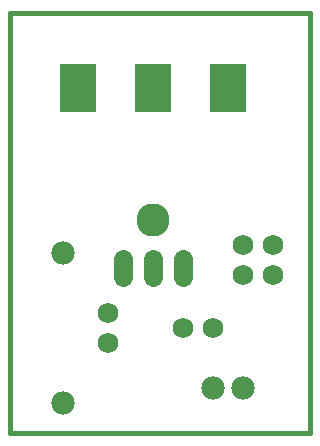
<source format=gbs>
G75*
%MOIN*%
%OFA0B0*%
%FSLAX24Y24*%
%IPPOS*%
%LPD*%
%AMOC8*
5,1,8,0,0,1.08239X$1,22.5*
%
%ADD10C,0.0160*%
%ADD11C,0.0640*%
%ADD12C,0.0690*%
%ADD13C,0.0780*%
%ADD14R,0.1221X0.1615*%
%ADD15C,0.1105*%
D10*
X000180Y000180D02*
X000180Y014180D01*
X010180Y014180D01*
X010180Y000180D01*
X000180Y000180D01*
D11*
X003930Y005380D02*
X003930Y005980D01*
X004930Y005980D02*
X004930Y005380D01*
X005930Y005380D02*
X005930Y005980D01*
D12*
X005930Y003680D03*
X006930Y003680D03*
X007930Y005430D03*
X007930Y006430D03*
X008930Y006430D03*
X008930Y005430D03*
X003430Y004180D03*
X003430Y003180D03*
D13*
X001930Y001180D03*
X001930Y006180D03*
X006930Y001680D03*
X007930Y001680D03*
D14*
X007430Y011680D03*
X004930Y011680D03*
X002430Y011680D03*
D15*
X004930Y007280D03*
M02*

</source>
